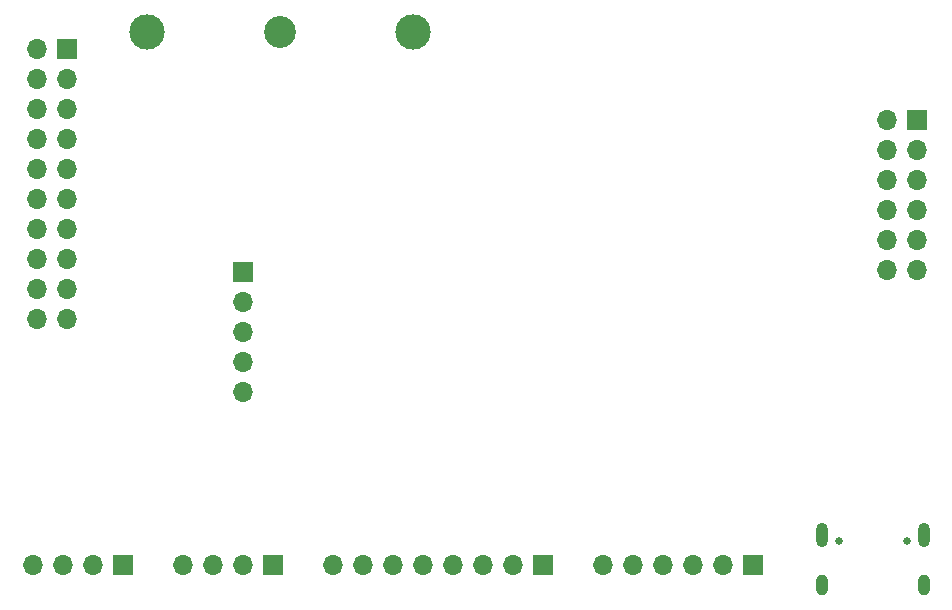
<source format=gbr>
%TF.GenerationSoftware,KiCad,Pcbnew,7.0.5*%
%TF.CreationDate,2023-06-26T01:29:26+02:00*%
%TF.ProjectId,GigaVesc,47696761-5665-4736-932e-6b696361645f,rev?*%
%TF.SameCoordinates,Original*%
%TF.FileFunction,Soldermask,Bot*%
%TF.FilePolarity,Negative*%
%FSLAX46Y46*%
G04 Gerber Fmt 4.6, Leading zero omitted, Abs format (unit mm)*
G04 Created by KiCad (PCBNEW 7.0.5) date 2023-06-26 01:29:26*
%MOMM*%
%LPD*%
G01*
G04 APERTURE LIST*
%ADD10R,1.700000X1.700000*%
%ADD11O,1.700000X1.700000*%
%ADD12C,2.700000*%
%ADD13C,3.000000*%
%ADD14C,0.650000*%
%ADD15O,1.000000X2.100000*%
%ADD16O,1.000000X1.800000*%
G04 APERTURE END LIST*
D10*
%TO.C,J7*%
X135890000Y-95890000D03*
D11*
X135890000Y-98430000D03*
X135890000Y-100970000D03*
X135890000Y-103510000D03*
X135890000Y-106050000D03*
%TD*%
D12*
%TO.C,F1*%
X139065000Y-75565000D03*
D13*
X127815000Y-75565000D03*
X150315000Y-75565000D03*
%TD*%
D14*
%TO.C,J9*%
X186340000Y-118680000D03*
X192120000Y-118680000D03*
D15*
X184910000Y-118180000D03*
D16*
X184910000Y-122360000D03*
D15*
X193550000Y-118180000D03*
D16*
X193550000Y-122360000D03*
%TD*%
D10*
%TO.C,J3*%
X138420000Y-120650000D03*
D11*
X135880000Y-120650000D03*
X133340000Y-120650000D03*
X130800000Y-120650000D03*
%TD*%
D10*
%TO.C,J1*%
X161275000Y-120650000D03*
D11*
X158735000Y-120650000D03*
X156195000Y-120650000D03*
X153655000Y-120650000D03*
X151115000Y-120650000D03*
X148575000Y-120650000D03*
X146035000Y-120650000D03*
X143495000Y-120650000D03*
%TD*%
D10*
%TO.C,J5*%
X179070000Y-120650000D03*
D11*
X176530000Y-120650000D03*
X173990000Y-120650000D03*
X171450000Y-120650000D03*
X168910000Y-120650000D03*
X166370000Y-120650000D03*
%TD*%
D10*
%TO.C,J8*%
X125730000Y-120650000D03*
D11*
X123190000Y-120650000D03*
X120650000Y-120650000D03*
X118110000Y-120650000D03*
%TD*%
D10*
%TO.C,J6*%
X121000000Y-77000000D03*
D11*
X118460000Y-77000000D03*
X121000000Y-79540000D03*
X118460000Y-79540000D03*
X121000000Y-82080000D03*
X118460000Y-82080000D03*
X121000000Y-84620000D03*
X118460000Y-84620000D03*
X121000000Y-87160000D03*
X118460000Y-87160000D03*
X121000000Y-89700000D03*
X118460000Y-89700000D03*
X121000000Y-92240000D03*
X118460000Y-92240000D03*
X121000000Y-94780000D03*
X118460000Y-94780000D03*
X121000000Y-97320000D03*
X118460000Y-97320000D03*
X121000000Y-99860000D03*
X118460000Y-99860000D03*
%TD*%
D10*
%TO.C,J2*%
X193000000Y-83000000D03*
D11*
X190460000Y-83000000D03*
X193000000Y-85540000D03*
X190460000Y-85540000D03*
X193000000Y-88080000D03*
X190460000Y-88080000D03*
X193000000Y-90620000D03*
X190460000Y-90620000D03*
X193000000Y-93160000D03*
X190460000Y-93160000D03*
X193000000Y-95700000D03*
X190460000Y-95700000D03*
%TD*%
M02*

</source>
